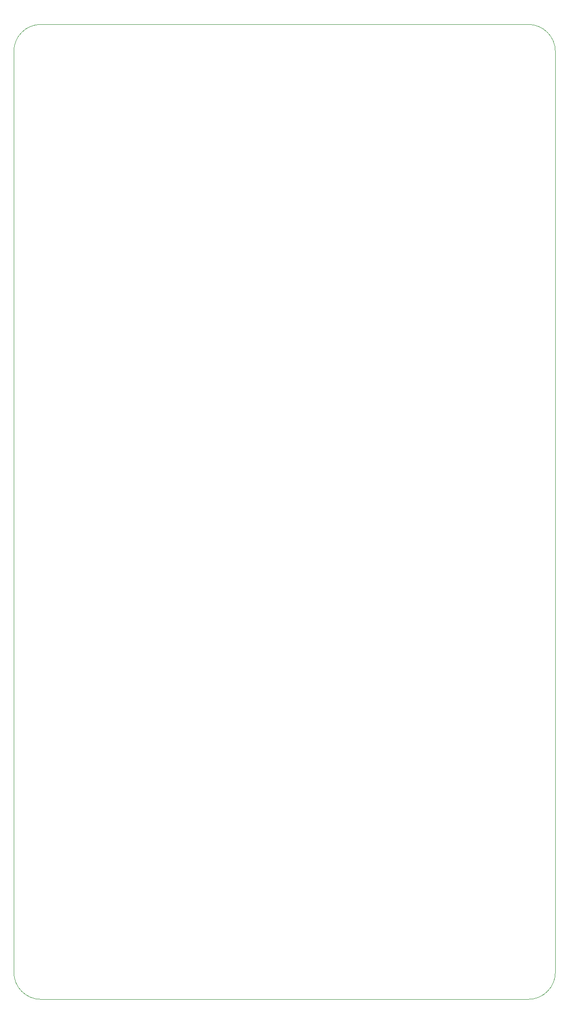
<source format=gbr>
%TF.GenerationSoftware,KiCad,Pcbnew,7.0.10-1.fc38*%
%TF.CreationDate,2024-01-13T22:19:30+01:00*%
%TF.ProjectId,x65-sbc-revA1,7836352d-7362-4632-9d72-657641312e6b,revA1*%
%TF.SameCoordinates,Original*%
%TF.FileFunction,Profile,NP*%
%FSLAX46Y46*%
G04 Gerber Fmt 4.6, Leading zero omitted, Abs format (unit mm)*
G04 Created by KiCad (PCBNEW 7.0.10-1.fc38) date 2024-01-13 22:19:30*
%MOMM*%
%LPD*%
G01*
G04 APERTURE LIST*
%TA.AperFunction,Profile*%
%ADD10C,0.100000*%
%TD*%
G04 APERTURE END LIST*
D10*
X140000000Y-205000000D02*
X140000000Y-35000000D01*
X45000000Y-30000000D02*
X135000000Y-30000000D01*
X135000000Y-210000000D02*
G75*
G03*
X140000000Y-205000000I0J5000000D01*
G01*
X140000000Y-35000000D02*
G75*
G03*
X135000000Y-30000000I-5000000J0D01*
G01*
X40000000Y-205000000D02*
G75*
G03*
X45000000Y-210000000I5000000J0D01*
G01*
X40000000Y-205000000D02*
X40000000Y-34980000D01*
X45000000Y-30000000D02*
G75*
G03*
X40000000Y-34980000I-19960J-4980000D01*
G01*
X135000000Y-210000000D02*
X45000000Y-210000000D01*
M02*

</source>
